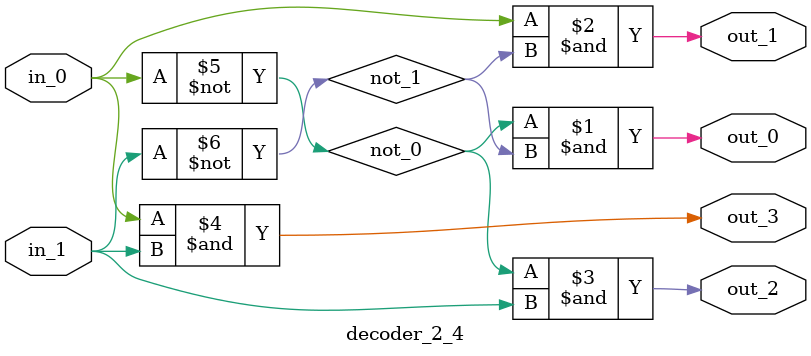
<source format=v>
module decoder_2_4(out_0, out_1, out_2, out_3, in_0, in_1);
	// Input
	input in_0, in_1;
	
	// Output
	output out_0, out_1, out_2, out_3;
	
	// wires
	wire not_0, not_1;
	
	//Code
	not n_a(not_0, in_0);
	not n_b(not_1, in_1);
	
	and and_a(out_0, not_0, not_1);
	and and_b(out_1, in_0, not_1);
	and and_c(out_2, not_0, in_1);
	and and_d(out_3, in_0, in_1);
endmodule

</source>
